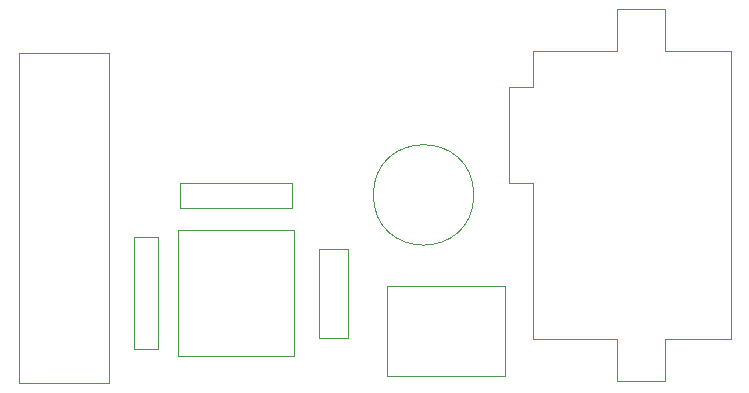
<source format=gbr>
%TF.GenerationSoftware,KiCad,Pcbnew,5.1.5+dfsg1-2build2*%
%TF.CreationDate,2020-09-04T09:29:52+02:00*%
%TF.ProjectId,amp-meter-dc,616d702d-6d65-4746-9572-2d64632e6b69,rev?*%
%TF.SameCoordinates,PX1dac6f8PY6049a88*%
%TF.FileFunction,Other,User*%
%FSLAX46Y46*%
G04 Gerber Fmt 4.6, Leading zero omitted, Abs format (unit mm)*
G04 Created by KiCad (PCBNEW 5.1.5+dfsg1-2build2) date 2020-09-04 09:29:52*
%MOMM*%
%LPD*%
G04 APERTURE LIST*
%ADD10C,0.120000*%
%ADD11C,0.050000*%
G04 APERTURE END LIST*
D10*
%TO.C,U2*%
X51308000Y762000D02*
X51308000Y4318000D01*
X51308000Y762000D02*
X55372000Y762000D01*
X55372000Y762000D02*
X55372000Y4318000D01*
X51308000Y28702000D02*
X51308000Y32258000D01*
X51308000Y32258000D02*
X55372000Y32258000D01*
X55372000Y32258000D02*
X55372000Y28702000D01*
X55372000Y4318000D02*
X60960000Y4318000D01*
X60960000Y4318000D02*
X60960000Y28702000D01*
X60960000Y28702000D02*
X55372000Y28702000D01*
X51308000Y28702000D02*
X44196000Y28702000D01*
X44196000Y28702000D02*
X44196000Y25654000D01*
X44196000Y25654000D02*
X42164000Y25654000D01*
X42164000Y25654000D02*
X42164000Y17526000D01*
X42164000Y17526000D02*
X44196000Y17526000D01*
X44196000Y17526000D02*
X44196000Y4318000D01*
X44196000Y4318000D02*
X51308000Y4318000D01*
%TO.C,R1*%
X8255000Y28575000D02*
X8255000Y635000D01*
X8255000Y635000D02*
X635000Y635000D01*
X635000Y635000D02*
X635000Y28575000D01*
X635000Y28575000D02*
X8255000Y28575000D01*
D11*
%TO.C,C1*%
X39175000Y16550000D02*
G75*
G03X39175000Y16550000I-4250000J0D01*
G01*
%TO.C,C2*%
X26055000Y4465000D02*
X28555000Y4465000D01*
X28555000Y4465000D02*
X28555000Y11965000D01*
X28555000Y11965000D02*
X26055000Y11965000D01*
X26055000Y11965000D02*
X26055000Y4465000D01*
D10*
%TO.C,J1*%
X31790000Y1215000D02*
X41790000Y1215000D01*
X31790000Y8815000D02*
X41790000Y8815000D01*
X31790000Y8815000D02*
X31790000Y1215000D01*
X41790000Y8815000D02*
X41790000Y1215000D01*
X31790000Y8815000D02*
X41790000Y8815000D01*
D11*
%TO.C,R2*%
X12480000Y13015000D02*
X10380000Y13015000D01*
X10380000Y13015000D02*
X10380000Y3495000D01*
X10380000Y3495000D02*
X12480000Y3495000D01*
X12480000Y3495000D02*
X12480000Y13015000D01*
%TO.C,R3*%
X14290000Y15460000D02*
X23810000Y15460000D01*
X14290000Y17560000D02*
X14290000Y15460000D01*
X23810000Y17560000D02*
X14290000Y17560000D01*
X23810000Y15460000D02*
X23810000Y17560000D01*
%TO.C,U1*%
X14140000Y13615000D02*
X14140000Y2915000D01*
X14140000Y2915000D02*
X23940000Y2915000D01*
X23940000Y2915000D02*
X23940000Y13615000D01*
X23940000Y13615000D02*
X14140000Y13615000D01*
%TD*%
M02*

</source>
